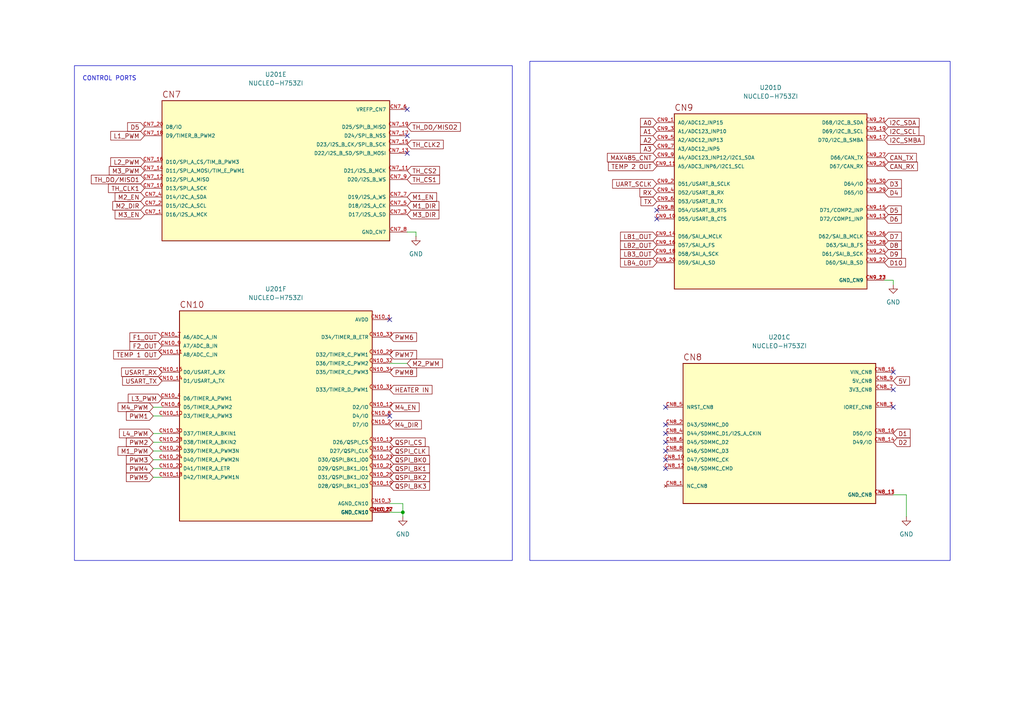
<source format=kicad_sch>
(kicad_sch (version 20231120) (generator "eeschema") (generator_version "8.0")
  (paper "A4")
  (lib_symbols
    (symbol "NUCLEO-H753ZI:NUCLEO-H753ZI" (pin_names (offset 1.016))
      (property "Reference" "U" (at -12.7 57.15 0))
      (property "Value" "NUCLEO-H753ZI" (at -12.7 -54.61 0))
      (symbol "NUCLEO-H753ZI_1_0"
        (rectangle (start -12.7 -53.34) (end 12.7 53.34) (stroke (width 0.254)) (fill (type background)))
        (text "CN11" (at -12.7 54.102 0) (effects (font (size 1.778 1.778)) (justify left bottom)))
        (pin bidirectional line (at -17.78 -7.62 0) (length 5.08) (name "PC10") (number "CN11_1"))
        (pin no_connect line (at 17.78 -45.72 180) (length 5.08) (name "NC") (number "CN11_10"))
        (pin bidirectional line (at 17.78 0 180) (length 5.08) (name "PF7") (number "CN11_11"))
        (pin bidirectional line (at 17.78 33.02 180) (length 5.08) (name "IOREF") (number "CN11_12"))
        (pin bidirectional line (at -17.78 20.32 0) (length 5.08) (name "PA13") (number "CN11_13"))
        (pin input line (at -17.78 33.02 0) (length 5.08) (name "NRST") (number "CN11_14"))
        (pin bidirectional line (at -17.78 17.78 0) (length 5.08) (name "PA14") (number "CN11_15"))
        (pin power_in line (at 17.78 50.8 180) (length 5.08) (name "3V3") (number "CN11_16"))
        (pin bidirectional line (at -17.78 15.24 0) (length 5.08) (name "PA15") (number "CN11_17"))
        (pin power_in line (at 17.78 48.26 180) (length 5.08) (name "5V") (number "CN11_18"))
        (pin power_in line (at 17.78 -50.8 180) (length 5.08) (name "GND_CN11") (number "CN11_19"))
        (pin bidirectional line (at -17.78 -10.16 0) (length 5.08) (name "PC11") (number "CN11_2"))
        (pin power_in line (at 17.78 -50.8 180) (length 5.08) (name "GND_CN11") (number "CN11_20"))
        (pin bidirectional line (at -17.78 7.62 0) (length 5.08) (name "PB7") (number "CN11_21"))
        (pin power_in line (at 17.78 -50.8 180) (length 5.08) (name "GND_CN11") (number "CN11_22"))
        (pin bidirectional line (at -17.78 -15.24 0) (length 5.08) (name "PC13") (number "CN11_23"))
        (pin power_in line (at 17.78 38.1 180) (length 5.08) (name "VIN") (number "CN11_24"))
        (pin bidirectional line (at -17.78 -17.78 0) (length 5.08) (name "PC14") (number "CN11_25"))
        (pin no_connect line (at 17.78 -45.72 180) (length 5.08) (name "NC") (number "CN11_26"))
        (pin bidirectional line (at -17.78 -20.32 0) (length 5.08) (name "PC15") (number "CN11_27"))
        (pin bidirectional line (at -17.78 27.94 0) (length 5.08) (name "PA0") (number "CN11_28"))
        (pin bidirectional line (at 17.78 -38.1 180) (length 5.08) (name "PH0") (number "CN11_29"))
        (pin bidirectional line (at -17.78 -12.7 0) (length 5.08) (name "PC12") (number "CN11_3"))
        (pin bidirectional line (at -17.78 25.4 0) (length 5.08) (name "PA1") (number "CN11_30"))
        (pin bidirectional line (at 17.78 -40.64 180) (length 5.08) (name "PH1") (number "CN11_31"))
        (pin bidirectional line (at -17.78 22.86 0) (length 5.08) (name "PA4") (number "CN11_32"))
        (pin power_in line (at 17.78 43.18 180) (length 5.08) (name "VBAT") (number "CN11_33"))
        (pin bidirectional line (at -17.78 10.16 0) (length 5.08) (name "PB0") (number "CN11_34"))
        (pin bidirectional line (at -17.78 -2.54 0) (length 5.08) (name "PC2") (number "CN11_35"))
        (pin bidirectional line (at -17.78 0 0) (length 5.08) (name "PC1") (number "CN11_36"))
        (pin bidirectional line (at -17.78 -5.08 0) (length 5.08) (name "PC3") (number "CN11_37"))
        (pin bidirectional line (at -17.78 2.54 0) (length 5.08) (name "PC0") (number "CN11_38"))
        (pin bidirectional line (at -17.78 -35.56 0) (length 5.08) (name "PD4") (number "CN11_39"))
        (pin bidirectional line (at -17.78 -30.48 0) (length 5.08) (name "PD2") (number "CN11_4"))
        (pin bidirectional line (at -17.78 -33.02 0) (length 5.08) (name "PD3") (number "CN11_40"))
        (pin bidirectional line (at -17.78 -38.1 0) (length 5.08) (name "PD5") (number "CN11_41"))
        (pin bidirectional line (at 17.78 -15.24 180) (length 5.08) (name "PG2") (number "CN11_42"))
        (pin bidirectional line (at -17.78 -40.64 0) (length 5.08) (name "PD6") (number "CN11_43"))
        (pin bidirectional line (at 17.78 -17.78 180) (length 5.08) (name "PG3") (number "CN11_44"))
        (pin bidirectional line (at -17.78 -43.18 0) (length 5.08) (name "PD7") (number "CN11_45"))
        (pin bidirectional line (at 17.78 25.4 180) (length 5.08) (name "PE2") (number "CN11_46"))
        (pin bidirectional line (at 17.78 22.86 180) (length 5.08) (name "PE3") (number "CN11_47"))
        (pin bidirectional line (at 17.78 20.32 180) (length 5.08) (name "PE4") (number "CN11_48"))
        (pin power_in line (at 17.78 -50.8 180) (length 5.08) (name "GND_CN11") (number "CN11_49"))
        (pin power_in line (at 17.78 40.64 180) (length 5.08) (name "3V3_VDD") (number "CN11_5"))
        (pin bidirectional line (at 17.78 17.78 180) (length 5.08) (name "PE5") (number "CN11_50"))
        (pin bidirectional line (at 17.78 7.62 180) (length 5.08) (name "PF1") (number "CN11_51"))
        (pin bidirectional line (at 17.78 5.08 180) (length 5.08) (name "PF2") (number "CN11_52"))
        (pin bidirectional line (at 17.78 10.16 180) (length 5.08) (name "PF0") (number "CN11_53"))
        (pin bidirectional line (at 17.78 -2.54 180) (length 5.08) (name "PF8") (number "CN11_54"))
        (pin bidirectional line (at -17.78 -27.94 0) (length 5.08) (name "PD1") (number "CN11_55"))
        (pin bidirectional line (at 17.78 -5.08 180) (length 5.08) (name "PF9") (number "CN11_56"))
        (pin bidirectional line (at -17.78 -25.4 0) (length 5.08) (name "PD0") (number "CN11_57"))
        (pin bidirectional line (at 17.78 -12.7 180) (length 5.08) (name "PG1") (number "CN11_58"))
        (pin bidirectional line (at 17.78 -10.16 180) (length 5.08) (name "PG0") (number "CN11_59"))
        (pin power_in line (at 17.78 45.72 180) (length 5.08) (name "5V_EXT") (number "CN11_6"))
        (pin power_in line (at 17.78 -50.8 180) (length 5.08) (name "GND_CN11") (number "CN11_60"))
        (pin bidirectional line (at 17.78 27.94 180) (length 5.08) (name "PE1") (number "CN11_61"))
        (pin bidirectional line (at 17.78 15.24 180) (length 5.08) (name "PE6") (number "CN11_62"))
        (pin bidirectional line (at 17.78 -20.32 180) (length 5.08) (name "PG9") (number "CN11_63"))
        (pin bidirectional line (at 17.78 -33.02 180) (length 5.08) (name "PG15") (number "CN11_64"))
        (pin bidirectional line (at 17.78 -27.94 180) (length 5.08) (name "PG12") (number "CN11_65"))
        (pin bidirectional line (at 17.78 -22.86 180) (length 5.08) (name "PG10") (number "CN11_66"))
        (pin no_connect line (at 17.78 -45.72 180) (length 5.08) (name "NC") (number "CN11_67"))
        (pin bidirectional line (at 17.78 -30.48 180) (length 5.08) (name "PG13") (number "CN11_68"))
        (pin bidirectional line (at -17.78 -45.72 0) (length 5.08) (name "PD9") (number "CN11_69"))
        (pin input line (at -17.78 35.56 0) (length 5.08) (name "BOOT0") (number "CN11_7"))
        (pin bidirectional line (at 17.78 -25.4 180) (length 5.08) (name "PG11") (number "CN11_70"))
        (pin power_in line (at 17.78 -50.8 180) (length 5.08) (name "GND_CN11") (number "CN11_71"))
        (pin power_in line (at 17.78 -50.8 180) (length 5.08) (name "GND_CN11") (number "CN11_72"))
        (pin power_in line (at 17.78 -50.8 180) (length 5.08) (name "GND_CN11") (number "CN11_8"))
        (pin bidirectional line (at 17.78 2.54 180) (length 5.08) (name "PF6") (number "CN11_9"))
      )
      (symbol "NUCLEO-H753ZI_2_0"
        (rectangle (start -12.7 -53.34) (end 12.7 53.34) (stroke (width 0.254)) (fill (type background)))
        (text "CN12" (at -12.7 54.102 0) (effects (font (size 1.778 1.778)) (justify left bottom)))
        (pin bidirectional line (at -17.78 -35.56 0) (length 5.08) (name "PC9") (number "CN12_1"))
        (pin bidirectional line (at 17.78 43.18 180) (length 5.08) (name "PD8") (number "CN12_10"))
        (pin bidirectional line (at -17.78 38.1 0) (length 5.08) (name "PA5") (number "CN12_11"))
        (pin bidirectional line (at -17.78 20.32 0) (length 5.08) (name "PA12") (number "CN12_12"))
        (pin bidirectional line (at -17.78 35.56 0) (length 5.08) (name "PA6") (number "CN12_13"))
        (pin bidirectional line (at -17.78 22.86 0) (length 5.08) (name "PA11") (number "CN12_14"))
        (pin bidirectional line (at -17.78 33.02 0) (length 5.08) (name "PA7") (number "CN12_15"))
        (pin bidirectional line (at -17.78 -10.16 0) (length 5.08) (name "PB12") (number "CN12_16"))
        (pin bidirectional line (at -17.78 2.54 0) (length 5.08) (name "PB6") (number "CN12_17"))
        (pin bidirectional line (at -17.78 -7.62 0) (length 5.08) (name "PB11") (number "CN12_18"))
        (pin bidirectional line (at -17.78 -30.48 0) (length 5.08) (name "PC7") (number "CN12_19"))
        (pin bidirectional line (at -17.78 -33.02 0) (length 5.08) (name "PC8") (number "CN12_2"))
        (pin power_in line (at 17.78 -50.8 180) (length 5.08) (name "GND_CN12") (number "CN12_20"))
        (pin bidirectional line (at -17.78 27.94 0) (length 5.08) (name "PA9") (number "CN12_21"))
        (pin bidirectional line (at -17.78 12.7 0) (length 5.08) (name "PB2") (number "CN12_22"))
        (pin bidirectional line (at -17.78 30.48 0) (length 5.08) (name "PA8") (number "CN12_23"))
        (pin bidirectional line (at -17.78 15.24 0) (length 5.08) (name "PB1") (number "CN12_24"))
        (pin bidirectional line (at -17.78 -5.08 0) (length 5.08) (name "PB10") (number "CN12_25"))
        (pin bidirectional line (at -17.78 -17.78 0) (length 5.08) (name "PB15") (number "CN12_26"))
        (pin bidirectional line (at -17.78 7.62 0) (length 5.08) (name "PB4") (number "CN12_27"))
        (pin bidirectional line (at -17.78 -15.24 0) (length 5.08) (name "PB14") (number "CN12_28"))
        (pin bidirectional line (at -17.78 5.08 0) (length 5.08) (name "PB5") (number "CN12_29"))
        (pin bidirectional line (at -17.78 0 0) (length 5.08) (name "PB8") (number "CN12_3"))
        (pin bidirectional line (at -17.78 -12.7 0) (length 5.08) (name "PB13") (number "CN12_30"))
        (pin bidirectional line (at -17.78 10.16 0) (length 5.08) (name "PB3") (number "CN12_31"))
        (pin power_in line (at 17.78 -48.26 180) (length 5.08) (name "AGND_CN12") (number "CN12_32"))
        (pin bidirectional line (at -17.78 25.4 0) (length 5.08) (name "PA10") (number "CN12_33"))
        (pin bidirectional line (at -17.78 -22.86 0) (length 5.08) (name "PC4") (number "CN12_34"))
        (pin bidirectional line (at -17.78 43.18 0) (length 5.08) (name "PA2") (number "CN12_35"))
        (pin bidirectional line (at 17.78 -10.16 180) (length 5.08) (name "PF5") (number "CN12_36"))
        (pin bidirectional line (at -17.78 40.64 0) (length 5.08) (name "PA3") (number "CN12_37"))
        (pin bidirectional line (at 17.78 -7.62 180) (length 5.08) (name "PF4") (number "CN12_38"))
        (pin power_in line (at 17.78 -50.8 180) (length 5.08) (name "GND_CN12") (number "CN12_39"))
        (pin bidirectional line (at -17.78 -27.94 0) (length 5.08) (name "PC6") (number "CN12_4"))
        (pin bidirectional line (at 17.78 17.78 180) (length 5.08) (name "PE8") (number "CN12_40"))
        (pin bidirectional line (at 17.78 33.02 180) (length 5.08) (name "PD13") (number "CN12_41"))
        (pin bidirectional line (at 17.78 -12.7 180) (length 5.08) (name "PF10") (number "CN12_42"))
        (pin bidirectional line (at 17.78 35.56 180) (length 5.08) (name "PD12") (number "CN12_43"))
        (pin bidirectional line (at 17.78 20.32 180) (length 5.08) (name "PE7") (number "CN12_44"))
        (pin bidirectional line (at 17.78 38.1 180) (length 5.08) (name "PD11") (number "CN12_45"))
        (pin bidirectional line (at 17.78 30.48 180) (length 5.08) (name "PD14") (number "CN12_46"))
        (pin bidirectional line (at 17.78 12.7 180) (length 5.08) (name "PE10") (number "CN12_47"))
        (pin bidirectional line (at 17.78 27.94 180) (length 5.08) (name "PD15") (number "CN12_48"))
        (pin bidirectional line (at 17.78 7.62 180) (length 5.08) (name "PE12") (number "CN12_49"))
        (pin bidirectional line (at -17.78 -2.54 0) (length 5.08) (name "PB9") (number "CN12_5"))
        (pin bidirectional line (at 17.78 -22.86 180) (length 5.08) (name "PF14") (number "CN12_50"))
        (pin bidirectional line (at 17.78 2.54 180) (length 5.08) (name "PE14") (number "CN12_51"))
        (pin bidirectional line (at 17.78 15.24 180) (length 5.08) (name "PE9") (number "CN12_52"))
        (pin bidirectional line (at 17.78 0 180) (length 5.08) (name "PE15") (number "CN12_53"))
        (pin power_in line (at 17.78 -50.8 180) (length 5.08) (name "GND_CN12") (number "CN12_54"))
        (pin bidirectional line (at 17.78 5.08 180) (length 5.08) (name "PE13") (number "CN12_55"))
        (pin bidirectional line (at 17.78 10.16 180) (length 5.08) (name "PE11") (number "CN12_56"))
        (pin bidirectional line (at 17.78 -20.32 180) (length 5.08) (name "PF13") (number "CN12_57"))
        (pin bidirectional line (at 17.78 -5.08 180) (length 5.08) (name "PF3") (number "CN12_58"))
        (pin bidirectional line (at 17.78 -17.78 180) (length 5.08) (name "PF12") (number "CN12_59"))
        (pin bidirectional line (at -17.78 -25.4 0) (length 5.08) (name "PC5") (number "CN12_6"))
        (pin bidirectional line (at 17.78 -25.4 180) (length 5.08) (name "PF15") (number "CN12_60"))
        (pin bidirectional line (at 17.78 -43.18 180) (length 5.08) (name "PG14") (number "CN12_61"))
        (pin bidirectional line (at 17.78 -15.24 180) (length 5.08) (name "PF11") (number "CN12_62"))
        (pin power_in line (at 17.78 -50.8 180) (length 5.08) (name "GND_CN12") (number "CN12_63"))
        (pin bidirectional line (at 17.78 22.86 180) (length 5.08) (name "PE0") (number "CN12_64"))
        (pin bidirectional line (at 17.78 40.64 180) (length 5.08) (name "PD10") (number "CN12_65"))
        (pin bidirectional line (at 17.78 -40.64 180) (length 5.08) (name "PG8") (number "CN12_66"))
        (pin bidirectional line (at 17.78 -38.1 180) (length 5.08) (name "PG7") (number "CN12_67"))
        (pin bidirectional line (at 17.78 -33.02 180) (length 5.08) (name "PG5") (number "CN12_68"))
        (pin bidirectional line (at 17.78 -30.48 180) (length 5.08) (name "PG4") (number "CN12_69"))
        (pin power_in line (at 17.78 50.8 180) (length 5.08) (name "VREFP") (number "CN12_7"))
        (pin bidirectional line (at 17.78 -35.56 180) (length 5.08) (name "PG6") (number "CN12_70"))
        (pin power_in line (at 17.78 -50.8 180) (length 5.08) (name "GND_CN12") (number "CN12_71"))
        (pin power_in line (at 17.78 -50.8 180) (length 5.08) (name "GND_CN12") (number "CN12_72"))
        (pin power_in line (at 17.78 48.26 180) (length 5.08) (name "5V_USB_STLK") (number "CN12_8"))
        (pin power_in line (at 17.78 -50.8 180) (length 5.08) (name "GND_CN12") (number "CN12_9"))
      )
      (symbol "NUCLEO-H753ZI_3_0"
        (rectangle (start -27.94 -20.32) (end 27.94 20.32) (stroke (width 0.254)) (fill (type background)))
        (text "CN8" (at -27.94 21.082 0) (effects (font (size 1.778 1.778)) (justify left bottom)))
        (pin no_connect line (at -33.02 -15.24 0) (length 5.08) (name "NC_CN8") (number "CN8_1"))
        (pin bidirectional line (at -33.02 -7.62 0) (length 5.08) (name "D47/SDMMC_CK") (number "CN8_10"))
        (pin power_in line (at 33.02 -17.78 180) (length 5.08) (name "GND_CN8") (number "CN8_11"))
        (pin bidirectional line (at -33.02 -10.16 0) (length 5.08) (name "D48/SDMMC_CMD") (number "CN8_12"))
        (pin power_in line (at 33.02 -17.78 180) (length 5.08) (name "GND_CN8") (number "CN8_13"))
        (pin bidirectional line (at 33.02 -2.54 180) (length 5.08) (name "D49/IO") (number "CN8_14"))
        (pin power_in line (at 33.02 17.78 180) (length 5.08) (name "VIN_CN8") (number "CN8_15"))
        (pin bidirectional line (at 33.02 0 180) (length 5.08) (name "D50/IO") (number "CN8_16"))
        (pin bidirectional line (at -33.02 2.54 0) (length 5.08) (name "D43/SDMMC_D0") (number "CN8_2"))
        (pin bidirectional line (at 33.02 7.62 180) (length 5.08) (name "IOREF_CN8") (number "CN8_3"))
        (pin bidirectional line (at -33.02 0 0) (length 5.08) (name "D44/SDMMC_D1/I2S_A_CKIN") (number "CN8_4"))
        (pin input line (at -33.02 7.62 0) (length 5.08) (name "NRST_CN8") (number "CN8_5"))
        (pin bidirectional line (at -33.02 -2.54 0) (length 5.08) (name "D45/SDMMC_D2") (number "CN8_6"))
        (pin power_in line (at 33.02 12.7 180) (length 5.08) (name "3V3_CN8") (number "CN8_7"))
        (pin bidirectional line (at -33.02 -5.08 0) (length 5.08) (name "D46/SDMMC_D3") (number "CN8_8"))
        (pin power_in line (at 33.02 15.24 180) (length 5.08) (name "5V_CN8") (number "CN8_9"))
      )
      (symbol "NUCLEO-H753ZI_4_0"
        (rectangle (start -27.94 -25.4) (end 27.94 25.4) (stroke (width 0.254)) (fill (type background)))
        (text "CN9" (at -27.94 26.162 0) (effects (font (size 1.778 1.778)) (justify left bottom)))
        (pin input line (at -33.02 22.86 0) (length 5.08) (name "A0/ADC12_INP15") (number "CN9_1"))
        (pin bidirectional line (at -33.02 -5.08 0) (length 5.08) (name "D55/USART_B_CTS") (number "CN9_10"))
        (pin input line (at -33.02 10.16 0) (length 5.08) (name "A5/ADC3_INP6/I2C1_SCL") (number "CN9_11"))
        (pin power_in line (at 33.02 -22.86 180) (length 5.08) (name "GND_CN9") (number "CN9_12"))
        (pin bidirectional line (at 33.02 -5.08 180) (length 5.08) (name "D72/COMP1_INP") (number "CN9_13"))
        (pin bidirectional line (at -33.02 -10.16 0) (length 5.08) (name "D56/SAI_A_MCLK") (number "CN9_14"))
        (pin bidirectional line (at 33.02 -2.54 180) (length 5.08) (name "D71/COMP2_INP") (number "CN9_15"))
        (pin bidirectional line (at -33.02 -12.7 0) (length 5.08) (name "D57/SAI_A_FS") (number "CN9_16"))
        (pin bidirectional line (at 33.02 17.78 180) (length 5.08) (name "D70/I2C_B_SMBA") (number "CN9_17"))
        (pin bidirectional line (at -33.02 -15.24 0) (length 5.08) (name "D58/SAI_A_SCK") (number "CN9_18"))
        (pin bidirectional line (at 33.02 20.32 180) (length 5.08) (name "D69/I2C_B_SCL") (number "CN9_19"))
        (pin bidirectional line (at -33.02 5.08 0) (length 5.08) (name "D51/USART_B_SCLK") (number "CN9_2"))
        (pin bidirectional line (at -33.02 -17.78 0) (length 5.08) (name "D59/SAI_A_SD") (number "CN9_20"))
        (pin bidirectional line (at 33.02 22.86 180) (length 5.08) (name "D68/I2C_B_SDA") (number "CN9_21"))
        (pin bidirectional line (at 33.02 -17.78 180) (length 5.08) (name "D60/SAI_B_SD") (number "CN9_22"))
        (pin power_in line (at 33.02 -22.86 180) (length 5.08) (name "GND_CN9") (number "CN9_23"))
        (pin bidirectional line (at 33.02 -15.24 180) (length 5.08) (name "D61/SAI_B_SCK") (number "CN9_24"))
        (pin input line (at 33.02 10.16 180) (length 5.08) (name "D67/CAN_RX") (number "CN9_25"))
        (pin bidirectional line (at 33.02 -10.16 180) (length 5.08) (name "D62/SAI_B_MCLK") (number "CN9_26"))
        (pin output line (at 33.02 12.7 180) (length 5.08) (name "D66/CAN_TX") (number "CN9_27"))
        (pin bidirectional line (at 33.02 -12.7 180) (length 5.08) (name "D63/SAI_B_FS") (number "CN9_28"))
        (pin bidirectional line (at 33.02 2.54 180) (length 5.08) (name "D65/IO") (number "CN9_29"))
        (pin input line (at -33.02 20.32 0) (length 5.08) (name "A1/ADC123_INP10") (number "CN9_3"))
        (pin bidirectional line (at 33.02 5.08 180) (length 5.08) (name "D64/IO") (number "CN9_30"))
        (pin bidirectional line (at -33.02 2.54 0) (length 5.08) (name "D52/USART_B_RX") (number "CN9_4"))
        (pin input line (at -33.02 17.78 0) (length 5.08) (name "A2/ADC12_INP13") (number "CN9_5"))
        (pin bidirectional line (at -33.02 0 0) (length 5.08) (name "D53/USART_B_TX") (number "CN9_6"))
        (pin input line (at -33.02 15.24 0) (length 5.08) (name "A3/ADC12_INP5") (number "CN9_7"))
        (pin bidirectional line (at -33.02 -2.54 0) (length 5.08) (name "D54/USART_B_RTS") (number "CN9_8"))
        (pin input line (at -33.02 12.7 0) (length 5.08) (name "A4/ADC123_INP12/I2C1_SDA") (number "CN9_9"))
      )
      (symbol "NUCLEO-H753ZI_5_0"
        (rectangle (start -33.02 -20.32) (end 33.02 20.32) (stroke (width 0.254)) (fill (type background)))
        (text "CN7" (at -33.02 21.082 0) (effects (font (size 1.778 1.778)) (justify left bottom)))
        (pin bidirectional line (at -38.1 -12.7 0) (length 5.08) (name "D16/I2S_A_MCK") (number "CN7_1"))
        (pin bidirectional line (at -38.1 -5.08 0) (length 5.08) (name "D13/SPI_A_SCK") (number "CN7_10"))
        (pin bidirectional line (at 38.1 0 180) (length 5.08) (name "D21/I2S_B_MCK") (number "CN7_11"))
        (pin bidirectional line (at -38.1 -2.54 0) (length 5.08) (name "D12/SPI_A_MISO") (number "CN7_12"))
        (pin bidirectional line (at 38.1 5.08 180) (length 5.08) (name "D22/I2S_B_SD/SPI_B_MOSI") (number "CN7_13"))
        (pin bidirectional line (at -38.1 0 0) (length 5.08) (name "D11/SPI_A_MOSI/TIM_E_PWM1") (number "CN7_14"))
        (pin bidirectional line (at 38.1 7.62 180) (length 5.08) (name "D23/I2S_B_CK/SPI_B_SCK") (number "CN7_15"))
        (pin bidirectional line (at -38.1 2.54 0) (length 5.08) (name "D10/SPI_A_CS/TIM_B_PWM3") (number "CN7_16"))
        (pin bidirectional line (at 38.1 10.16 180) (length 5.08) (name "D24/SPI_B_NSS") (number "CN7_17"))
        (pin bidirectional line (at -38.1 10.16 0) (length 5.08) (name "D9/TIMER_B_PWM2") (number "CN7_18"))
        (pin bidirectional line (at 38.1 12.7 180) (length 5.08) (name "D25/SPI_B_MISO") (number "CN7_19"))
        (pin bidirectional line (at -38.1 -10.16 0) (length 5.08) (name "D15/I2C_A_SCL") (number "CN7_2"))
        (pin bidirectional line (at -38.1 12.7 0) (length 5.08) (name "D8/IO") (number "CN7_20"))
        (pin bidirectional line (at 38.1 -12.7 180) (length 5.08) (name "D17/I2S_A_SD") (number "CN7_3"))
        (pin bidirectional line (at -38.1 -7.62 0) (length 5.08) (name "D14/I2C_A_SDA") (number "CN7_4"))
        (pin bidirectional line (at 38.1 -10.16 180) (length 5.08) (name "D18/I2S_A_CK") (number "CN7_5"))
        (pin power_in line (at 38.1 17.78 180) (length 5.08) (name "VREFP_CN7") (number "CN7_6"))
        (pin bidirectional line (at 38.1 -7.62 180) (length 5.08) (name "D19/I2S_A_WS") (number "CN7_7"))
        (pin power_in line (at 38.1 -17.78 180) (length 5.08) (name "GND_CN7") (number "CN7_8"))
        (pin bidirectional line (at 38.1 -2.54 180) (length 5.08) (name "D20/I2S_B_WS") (number "CN7_9"))
      )
      (symbol "NUCLEO-H753ZI_6_0"
        (rectangle (start -27.94 -30.48) (end 27.94 30.48) (stroke (width 0.254)) (fill (type background)))
        (text "CN10" (at -27.94 31.242 0) (effects (font (size 1.778 1.778)) (justify left bottom)))
        (pin power_in line (at 33.02 27.94 180) (length 5.08) (name "AVDD") (number "CN10_1"))
        (pin bidirectional line (at -33.02 0 0) (length 5.08) (name "D3/TIMER_A_PWM3") (number "CN10_10"))
        (pin input line (at -33.02 17.78 0) (length 5.08) (name "A8/ADC_C_IN") (number "CN10_11"))
        (pin bidirectional line (at 33.02 2.54 180) (length 5.08) (name "D2/IO") (number "CN10_12"))
        (pin bidirectional line (at 33.02 -7.62 180) (length 5.08) (name "D26/QSPI_CS") (number "CN10_13"))
        (pin output line (at -33.02 10.16 0) (length 5.08) (name "D1/USART_A_TX") (number "CN10_14"))
        (pin bidirectional line (at 33.02 -10.16 180) (length 5.08) (name "D27/QSPI_CLK") (number "CN10_15"))
        (pin input line (at -33.02 12.7 0) (length 5.08) (name "D0/USART_A_RX") (number "CN10_16"))
        (pin power_in line (at 33.02 -27.94 180) (length 5.08) (name "GND_CN10") (number "CN10_17"))
        (pin bidirectional line (at -33.02 -17.78 0) (length 5.08) (name "D42/TIMER_A_PWM1N") (number "CN10_18"))
        (pin bidirectional line (at 33.02 -20.32 180) (length 5.08) (name "D28/QSPI_BK1_IO3") (number "CN10_19"))
        (pin bidirectional line (at 33.02 -2.54 180) (length 5.08) (name "D7/IO") (number "CN10_2"))
        (pin bidirectional line (at -33.02 -15.24 0) (length 5.08) (name "D41/TIMER_A_ETR") (number "CN10_20"))
        (pin bidirectional line (at 33.02 -15.24 180) (length 5.08) (name "D29/QSPI_BK1_IO1") (number "CN10_21"))
        (pin power_in line (at 33.02 -27.94 180) (length 5.08) (name "GND_CN10") (number "CN10_22"))
        (pin bidirectional line (at 33.02 -12.7 180) (length 5.08) (name "D30/QSPI_BK1_IO0") (number "CN10_23"))
        (pin bidirectional line (at -33.02 -12.7 0) (length 5.08) (name "D40/TIMER_A_PWM2N") (number "CN10_24"))
        (pin bidirectional line (at 33.02 -17.78 180) (length 5.08) (name "D31/QSPI_BK1_IO2") (number "CN10_25"))
        (pin bidirectional line (at -33.02 -10.16 0) (length 5.08) (name "D39/TIMER_A_PWM3N") (number "CN10_26"))
        (pin power_in line (at 33.02 -27.94 180) (length 5.08) (name "GND_CN10") (number "CN10_27"))
        (pin bidirectional line (at -33.02 -7.62 0) (length 5.08) (name "D38/TIMER_A_BKIN2") (number "CN10_28"))
        (pin bidirectional line (at 33.02 17.78 180) (length 5.08) (name "D32/TIMER_C_PWM1") (number "CN10_29"))
        (pin power_in line (at 33.02 -25.4 180) (length 5.08) (name "AGND_CN10") (number "CN10_3"))
        (pin bidirectional line (at -33.02 -5.08 0) (length 5.08) (name "D37/TIMER_A_BKIN1") (number "CN10_30"))
        (pin bidirectional line (at 33.02 7.62 180) (length 5.08) (name "D33/TIMER_D_PWM1") (number "CN10_31"))
        (pin bidirectional line (at 33.02 15.24 180) (length 5.08) (name "D36/TIMER_C_PWM2") (number "CN10_32"))
        (pin bidirectional line (at 33.02 22.86 180) (length 5.08) (name "D34/TIMER_B_ETR") (number "CN10_33"))
        (pin bidirectional line (at 33.02 12.7 180) (length 5.08) (name "D35/TIMER_C_PWM3") (number "CN10_34"))
        (pin bidirectional line (at -33.02 5.08 0) (length 5.08) (name "D6/TIMER_A_PWM1") (number "CN10_4"))
        (pin power_in line (at 33.02 -27.94 180) (length 5.08) (name "GND_CN10") (number "CN10_5"))
        (pin bidirectional line (at -33.02 2.54 0) (length 5.08) (name "D5/TIMER_A_PWM2") (number "CN10_6"))
        (pin input line (at -33.02 22.86 0) (length 5.08) (name "A6/ADC_A_IN") (number "CN10_7"))
        (pin bidirectional line (at 33.02 0 180) (length 5.08) (name "D4/IO") (number "CN10_8"))
        (pin input line (at -33.02 20.32 0) (length 5.08) (name "A7/ADC_B_IN") (number "CN10_9"))
      )
    )
    (symbol "power:GND" (power) (pin_numbers hide) (pin_names (offset 0) hide)
      (property "Value" "GND" (at 0 -3.81 0))
      (symbol "GND_0_1"
        (polyline (pts (xy 0 0) (xy 0 -1.27) (xy 1.27 -1.27) (xy 0 -2.54) (xy -1.27 -1.27) (xy 0 -1.27)))
      )
      (symbol "GND_1_1"
        (pin power_in line (at 0 0 270) (length 0) (name "~") (number "1"))
      )
    )
  )
  (junction (at 116.84 148.59))
  (no_connect (at 190.5 63.5))
  (no_connect (at 118.11 31.75))
  (no_connect (at 113.03 92.71))
  (no_connect (at 259.08 118.11))
  (no_connect (at 118.11 39.37))
  (no_connect (at 193.04 125.73))
  (no_connect (at 193.04 128.27))
  (no_connect (at 193.04 130.81))
  (no_connect (at 190.5 60.96))
  (no_connect (at 193.04 133.35))
  (no_connect (at 118.11 44.45))
  (no_connect (at 259.08 113.03))
  (no_connect (at 193.04 118.11))
  (no_connect (at 113.03 120.65))
  (no_connect (at 259.08 107.95))
  (no_connect (at 193.04 123.19))
  (no_connect (at 193.04 135.89))
  (wire (pts (xy 113.03 146.05) (xy 116.84 146.05)))
  (wire (pts (xy 262.89 143.51) (xy 262.89 149.86)))
  (wire (pts (xy 120.65 67.31) (xy 120.65 68.58)))
  (wire (pts (xy 44.45 138.43) (xy 46.99 138.43)))
  (wire (pts (xy 118.11 105.41) (xy 113.03 105.41)))
  (wire (pts (xy 118.11 67.31) (xy 120.65 67.31)))
  (wire (pts (xy 116.84 148.59) (xy 116.84 149.86)))
  (wire (pts (xy 259.08 143.51) (xy 262.89 143.51)))
  (wire (pts (xy 44.45 118.11) (xy 46.99 118.11)))
  (wire (pts (xy 113.03 148.59) (xy 116.84 148.59)))
  (wire (pts (xy 44.45 130.81) (xy 46.99 130.81)))
  (wire (pts (xy 44.45 133.35) (xy 46.99 133.35)))
  (wire (pts (xy 256.54 81.28) (xy 259.08 81.28)))
  (wire (pts (xy 44.45 120.65) (xy 46.99 120.65)))
  (wire (pts (xy 259.08 81.28) (xy 259.08 82.55)))
  (wire (pts (xy 116.84 146.05) (xy 116.84 148.59)))
  (wire (pts (xy 44.45 135.89) (xy 46.99 135.89)))
  (wire (pts (xy 44.45 128.27) (xy 46.99 128.27)))
  (wire (pts (xy 44.45 125.73) (xy 46.99 125.73)))
  (rectangle (start 21.59 19.05) (end 148.59 162.56))
  (rectangle (start 153.67 17.78) (end 275.59 162.56))
  (text "CONTROL PORTS\n" (at 31.75 22.86 0) (effects (font (size 1.27 1.27))))
  (global_label "M4_PWM" (shape input) (at 44.45 118.11 180) (property "Intersheetrefs" "${INTERSHEET_REFS}" (effects (hide yes))))
  (global_label "F1_OUT" (shape input) (at 46.99 97.79 180) (property "Intersheetrefs" "${INTERSHEET_REFS}" (effects (hide yes))))
  (global_label "TEMP 1 OUT" (shape input) (at 46.99 102.87 180) (property "Intersheetrefs" "${INTERSHEET_REFS}" (effects (hide yes))))
  (global_label "A2" (shape input) (at 190.5 40.64 180) (property "Intersheetrefs" "${INTERSHEET_REFS}" (effects (hide yes))))
  (global_label "PWM3" (shape input) (at 44.45 133.35 180) (property "Intersheetrefs" "${INTERSHEET_REFS}" (effects (hide yes))))
  (global_label "M2_PWM" (shape input) (at 118.11 105.41 0) (property "Intersheetrefs" "${INTERSHEET_REFS}" (effects (hide yes))))
  (global_label "MAX485_CNT" (shape input) (at 190.5 45.72 180) (property "Intersheetrefs" "${INTERSHEET_REFS}" (effects (hide yes))))
  (global_label "TH_CS2" (shape input) (at 118.11 49.53 0) (property "Intersheetrefs" "${INTERSHEET_REFS}" (effects (hide yes))))
  (global_label "I2C_SCL" (shape input) (at 256.54 38.1 0) (property "Intersheetrefs" "${INTERSHEET_REFS}" (effects (hide yes))))
  (global_label "TX" (shape input) (at 190.5 58.42 180) (property "Intersheetrefs" "${INTERSHEET_REFS}" (effects (hide yes))))
  (global_label "UART_SCLK" (shape input) (at 190.5 53.34 180) (property "Intersheetrefs" "${INTERSHEET_REFS}" (effects (hide yes))))
  (global_label "LB1_OUT" (shape input) (at 190.5 68.58 180) (property "Intersheetrefs" "${INTERSHEET_REFS}" (effects (hide yes))))
  (global_label "M3_PWM" (shape input) (at 41.91 49.53 180) (property "Intersheetrefs" "${INTERSHEET_REFS}" (effects (hide yes))))
  (global_label "LB2_OUT" (shape input) (at 190.5 71.12 180) (property "Intersheetrefs" "${INTERSHEET_REFS}" (effects (hide yes))))
  (global_label "PWM1" (shape input) (at 44.45 120.65 180) (property "Intersheetrefs" "${INTERSHEET_REFS}" (effects (hide yes))))
  (global_label "M2_EN" (shape input) (at 41.91 57.15 180) (property "Intersheetrefs" "${INTERSHEET_REFS}" (effects (hide yes))))
  (global_label "M1_DIR" (shape input) (at 118.11 59.69 0) (property "Intersheetrefs" "${INTERSHEET_REFS}" (effects (hide yes))))
  (global_label "TH_CS1" (shape input) (at 118.11 52.07 0) (property "Intersheetrefs" "${INTERSHEET_REFS}" (effects (hide yes))))
  (global_label "D7" (shape input) (at 256.54 68.58 0) (property "Intersheetrefs" "${INTERSHEET_REFS}" (effects (hide yes))))
  (global_label "M3_DIR" (shape input) (at 118.11 62.23 0) (property "Intersheetrefs" "${INTERSHEET_REFS}" (effects (hide yes))))
  (global_label "L2_PWM" (shape input) (at 41.91 46.99 180) (property "Intersheetrefs" "${INTERSHEET_REFS}" (effects (hide yes))))
  (global_label "TH_DO/MISO2" (shape input) (at 118.11 36.83 0) (property "Intersheetrefs" "${INTERSHEET_REFS}" (effects (hide yes))))
  (global_label "TH_DO/MISO1" (shape input) (at 41.91 52.07 180) (property "Intersheetrefs" "${INTERSHEET_REFS}" (effects (hide yes))))
  (global_label "A0" (shape input) (at 190.5 35.56 180) (property "Intersheetrefs" "${INTERSHEET_REFS}" (effects (hide yes))))
  (global_label "TH_CLK2" (shape input) (at 118.11 41.91 0) (property "Intersheetrefs" "${INTERSHEET_REFS}" (effects (hide yes))))
  (global_label "CAN_TX" (shape input) (at 256.54 45.72 0) (property "Intersheetrefs" "${INTERSHEET_REFS}" (effects (hide yes))))
  (global_label "L3_PWM" (shape input) (at 46.99 115.57 180) (property "Intersheetrefs" "${INTERSHEET_REFS}" (effects (hide yes))))
  (global_label "D4" (shape input) (at 256.54 55.88 0) (property "Intersheetrefs" "${INTERSHEET_REFS}" (effects (hide yes))))
  (global_label "D8" (shape input) (at 256.54 71.12 0) (property "Intersheetrefs" "${INTERSHEET_REFS}" (effects (hide yes))))
  (global_label "PWM2" (shape input) (at 44.45 128.27 180) (property "Intersheetrefs" "${INTERSHEET_REFS}" (effects (hide yes))))
  (global_label "D1" (shape input) (at 259.08 125.73 0) (property "Intersheetrefs" "${INTERSHEET_REFS}" (effects (hide yes))))
  (global_label "I2C_SMBA" (shape input) (at 256.54 40.64 0) (property "Intersheetrefs" "${INTERSHEET_REFS}" (effects (hide yes))))
  (global_label "USART_TX" (shape input) (at 46.99 110.49 180) (property "Intersheetrefs" "${INTERSHEET_REFS}" (effects (hide yes))))
  (global_label "D6" (shape input) (at 256.54 63.5 0) (property "Intersheetrefs" "${INTERSHEET_REFS}" (effects (hide yes))))
  (global_label "5V" (shape input) (at 259.08 110.49 0) (property "Intersheetrefs" "${INTERSHEET_REFS}" (effects (hide yes))))
  (global_label "QSPI_CLK" (shape input) (at 113.03 130.81 0) (property "Intersheetrefs" "${INTERSHEET_REFS}" (effects (hide yes))))
  (global_label "M1_PWM" (shape input) (at 44.45 130.81 180) (property "Intersheetrefs" "${INTERSHEET_REFS}" (effects (hide yes))))
  (global_label "LB3_OUT" (shape input) (at 190.5 73.66 180) (property "Intersheetrefs" "${INTERSHEET_REFS}" (effects (hide yes))))
  (global_label "F2_OUT" (shape input) (at 46.99 100.33 180) (property "Intersheetrefs" "${INTERSHEET_REFS}" (effects (hide yes))))
  (global_label "D10" (shape input) (at 256.54 76.2 0) (property "Intersheetrefs" "${INTERSHEET_REFS}" (effects (hide yes))))
  (global_label "TH_CLK1" (shape input) (at 41.91 54.61 180) (property "Intersheetrefs" "${INTERSHEET_REFS}" (effects (hide yes))))
  (global_label "QSPI_BK2" (shape input) (at 113.03 138.43 0) (property "Intersheetrefs" "${INTERSHEET_REFS}" (effects (hide yes))))
  (global_label "D3" (shape input) (at 256.54 53.34 0) (property "Intersheetrefs" "${INTERSHEET_REFS}" (effects (hide yes))))
  (global_label "HEATER IN" (shape input) (at 113.03 113.03 0) (property "Intersheetrefs" "${INTERSHEET_REFS}" (effects (hide yes))))
  (global_label "QSPI_CS" (shape input) (at 113.03 128.27 0) (property "Intersheetrefs" "${INTERSHEET_REFS}" (effects (hide yes))))
  (global_label "A3" (shape input) (at 190.5 43.18 180) (property "Intersheetrefs" "${INTERSHEET_REFS}" (effects (hide yes))))
  (global_label "I2C_SDA" (shape input) (at 256.54 35.56 0) (property "Intersheetrefs" "${INTERSHEET_REFS}" (effects (hide yes))))
  (global_label "PWM8" (shape input) (at 113.03 107.95 0) (property "Intersheetrefs" "${INTERSHEET_REFS}" (effects (hide yes))))
  (global_label "M1_EN" (shape input) (at 118.11 57.15 0) (property "Intersheetrefs" "${INTERSHEET_REFS}" (effects (hide yes))))
  (global_label "D5" (shape input) (at 41.91 36.83 180) (property "Intersheetrefs" "${INTERSHEET_REFS}" (effects (hide yes))))
  (global_label "PWM7" (shape input) (at 113.03 102.87 0) (property "Intersheetrefs" "${INTERSHEET_REFS}" (effects (hide yes))))
  (global_label "QSPI_BK0" (shape input) (at 113.03 133.35 0) (property "Intersheetrefs" "${INTERSHEET_REFS}" (effects (hide yes))))
  (global_label "A1" (shape input) (at 190.5 38.1 180) (property "Intersheetrefs" "${INTERSHEET_REFS}" (effects (hide yes))))
  (global_label "PWM6" (shape input) (at 113.03 97.79 0) (property "Intersheetrefs" "${INTERSHEET_REFS}" (effects (hide yes))))
  (global_label "M4_DIR" (shape input) (at 113.03 123.19 0) (property "Intersheetrefs" "${INTERSHEET_REFS}" (effects (hide yes))))
  (global_label "D9" (shape input) (at 256.54 73.66 0) (property "Intersheetrefs" "${INTERSHEET_REFS}" (effects (hide yes))))
  (global_label "QSPI_BK1" (shape input) (at 113.03 135.89 0) (property "Intersheetrefs" "${INTERSHEET_REFS}" (effects (hide yes))))
  (global_label "M4_EN" (shape input) (at 113.03 118.11 0) (property "Intersheetrefs" "${INTERSHEET_REFS}" (effects (hide yes))))
  (global_label "M3_EN" (shape input) (at 41.91 62.23 180) (property "Intersheetrefs" "${INTERSHEET_REFS}" (effects (hide yes))))
  (global_label "TEMP 2 OUT" (shape input) (at 190.5 48.26 180) (property "Intersheetrefs" "${INTERSHEET_REFS}" (effects (hide yes))))
  (global_label "L1_PWM" (shape input) (at 41.91 39.37 180) (property "Intersheetrefs" "${INTERSHEET_REFS}" (effects (hide yes))))
  (global_label "PWM4" (shape input) (at 44.45 135.89 180) (property "Intersheetrefs" "${INTERSHEET_REFS}" (effects (hide yes))))
  (global_label "PWM5" (shape input) (at 44.45 138.43 180) (property "Intersheetrefs" "${INTERSHEET_REFS}" (effects (hide yes))))
  (global_label "M2_DIR" (shape input) (at 41.91 59.69 180) (property "Intersheetrefs" "${INTERSHEET_REFS}" (effects (hide yes))))
  (global_label "L4_PWM" (shape input) (at 44.45 125.73 180) (property "Intersheetrefs" "${INTERSHEET_REFS}" (effects (hide yes))))
  (global_label "D5" (shape input) (at 256.54 60.96 0) (property "Intersheetrefs" "${INTERSHEET_REFS}" (effects (hide yes))))
  (global_label "QSPI_BK3" (shape input) (at 113.03 140.97 0) (property "Intersheetrefs" "${INTERSHEET_REFS}" (effects (hide yes))))
  (global_label "USART_RX" (shape input) (at 46.99 107.95 180) (property "Intersheetrefs" "${INTERSHEET_REFS}" (effects (hide yes))))
  (global_label "CAN_RX" (shape input) (at 256.54 48.26 0) (property "Intersheetrefs" "${INTERSHEET_REFS}" (effects (hide yes))))
  (global_label "D2" (shape input) (at 259.08 128.27 0) (property "Intersheetrefs" "${INTERSHEET_REFS}" (effects (hide yes))))
  (global_label "RX" (shape input) (at 190.5 55.88 180) (property "Intersheetrefs" "${INTERSHEET_REFS}" (effects (hide yes))))
  (global_label "LB4_OUT" (shape input) (at 190.5 76.2 180) (property "Intersheetrefs" "${INTERSHEET_REFS}" (effects (hide yes))))
  (symbol (lib_id "power:GND") (at 116.84 149.86 0) (unit 1)
    (property "Reference" "#PWR0201" (effects (hide yes)))
    (property "Value" "GND" (at 116.84 154.94 0))
    (property "Description" "Power symbol creates a global label with name \"GND\" , ground" (effects (hide yes)))
  )
  (symbol (lib_id "power:GND") (at 259.08 82.55 0) (unit 1)
    (property "Reference" "#PWR0203" (effects (hide yes)))
    (property "Value" "GND" (at 259.08 87.63 0))
    (property "Description" "Power symbol creates a global label with name \"GND\" , ground" (effects (hide yes)))
  )
  (symbol (lib_id "NUCLEO-H753ZI:NUCLEO-H753ZI") (at 223.52 58.42 0) (unit 4)
    (property "Reference" "U201" (at 223.52 25.4 0))
    (property "Value" "NUCLEO-H753ZI" (at 223.52 27.94 0))
    (property "Footprint" "Nucleo-H753ZI:MODULE_NUCLEO-H753ZI" (effects (hide yes)))
    (property "MF" "STMicroelectronics" (effects (hide yes)))
    (property "Description_1" "\n                        \n                            STM32H753ZI Nucleo-144 STM32H7 ARM® Cortex®-M7 MCU 32-Bit Embedded Evaluation Board\n                        \n" (effects (hide yes)))
    (property "Package" "None" (effects (hide yes)))
    (property "Price" "None" (effects (hide yes)))
    (property "Check_prices" "https://www.snapeda.com/parts/NUCLEO-H753ZI/STMicroelectronics/view-part/?ref=eda" (effects (hide yes)))
    (property "STANDARD" "Manufacturer Recommendations" (effects (hide yes)))
    (property "PARTREV" "Rev. 2" (effects (hide yes)))
    (property "SnapEDA_Link" "https://www.snapeda.com/parts/NUCLEO-H753ZI/STMicroelectronics/view-part/?ref=snap" (effects (hide yes)))
    (property "MP" "NUCLEO-H753ZI" (effects (hide yes)))
    (property "Availability" "In Stock" (effects (hide yes)))
    (property "MANUFACTURER" "STMicroelectronics" (effects (hide yes)))
  )
  (symbol (lib_id "NUCLEO-H753ZI:NUCLEO-H753ZI") (at 226.06 125.73 0) (unit 3)
    (property "Reference" "U201" (at 226.06 97.79 0))
    (property "Value" "NUCLEO-H753ZI" (at 226.06 100.33 0))
    (property "Footprint" "Nucleo-H753ZI:MODULE_NUCLEO-H753ZI" (effects (hide yes)))
    (property "MF" "STMicroelectronics" (effects (hide yes)))
    (property "Description_1" "\n                        \n                            STM32H753ZI Nucleo-144 STM32H7 ARM® Cortex®-M7 MCU 32-Bit Embedded Evaluation Board\n                        \n" (effects (hide yes)))
    (property "Package" "None" (effects (hide yes)))
    (property "Price" "None" (effects (hide yes)))
    (property "Check_prices" "https://www.snapeda.com/parts/NUCLEO-H753ZI/STMicroelectronics/view-part/?ref=eda" (effects (hide yes)))
    (property "STANDARD" "Manufacturer Recommendations" (effects (hide yes)))
    (property "PARTREV" "Rev. 2" (effects (hide yes)))
    (property "SnapEDA_Link" "https://www.snapeda.com/parts/NUCLEO-H753ZI/STMicroelectronics/view-part/?ref=snap" (effects (hide yes)))
    (property "MP" "NUCLEO-H753ZI" (effects (hide yes)))
    (property "Availability" "In Stock" (effects (hide yes)))
    (property "MANUFACTURER" "STMicroelectronics" (effects (hide yes)))
  )
  (symbol (lib_id "NUCLEO-H753ZI:NUCLEO-H753ZI") (at 80.01 49.53 0) (unit 5)
    (property "Reference" "U201" (at 80.01 21.59 0))
    (property "Value" "NUCLEO-H753ZI" (at 80.01 24.13 0))
    (property "Footprint" "Nucleo-H753ZI:MODULE_NUCLEO-H753ZI" (effects (hide yes)))
    (property "MF" "STMicroelectronics" (effects (hide yes)))
    (property "Description_1" "\n                        \n                            STM32H753ZI Nucleo-144 STM32H7 ARM® Cortex®-M7 MCU 32-Bit Embedded Evaluation Board\n                        \n" (effects (hide yes)))
    (property "Package" "None" (effects (hide yes)))
    (property "Price" "None" (effects (hide yes)))
    (property "Check_prices" "https://www.snapeda.com/parts/NUCLEO-H753ZI/STMicroelectronics/view-part/?ref=eda" (effects (hide yes)))
    (property "STANDARD" "Manufacturer Recommendations" (effects (hide yes)))
    (property "PARTREV" "Rev. 2" (effects (hide yes)))
    (property "SnapEDA_Link" "https://www.snapeda.com/parts/NUCLEO-H753ZI/STMicroelectronics/view-part/?ref=snap" (effects (hide yes)))
    (property "MP" "NUCLEO-H753ZI" (effects (hide yes)))
    (property "Availability" "In Stock" (effects (hide yes)))
    (property "MANUFACTURER" "STMicroelectronics" (effects (hide yes)))
  )
  (symbol (lib_id "power:GND") (at 262.89 149.86 0) (unit 1)
    (property "Reference" "#PWR0204" (effects (hide yes)))
    (property "Value" "GND" (at 262.89 154.94 0))
    (property "Description" "Power symbol creates a global label with name \"GND\" , ground" (effects (hide yes)))
  )
  (symbol (lib_id "power:GND") (at 120.65 68.58 0) (unit 1)
    (property "Reference" "#PWR0202" (effects (hide yes)))
    (property "Value" "GND" (at 120.65 73.66 0))
    (property "Description" "Power symbol creates a global label with name \"GND\" , ground" (effects (hide yes)))
  )
  (symbol (lib_id "NUCLEO-H753ZI:NUCLEO-H753ZI") (at 80.01 120.65 0) (unit 6)
    (property "Reference" "U201" (at 80.01 83.82 0))
    (property "Value" "NUCLEO-H753ZI" (at 80.01 86.36 0))
    (property "Footprint" "Nucleo-H753ZI:MODULE_NUCLEO-H753ZI" (effects (hide yes)))
    (property "MF" "STMicroelectronics" (effects (hide yes)))
    (property "Description_1" "\n                        \n                            STM32H753ZI Nucleo-144 STM32H7 ARM® Cortex®-M7 MCU 32-Bit Embedded Evaluation Board\n                        \n" (effects (hide yes)))
    (property "Package" "None" (effects (hide yes)))
    (property "Price" "None" (effects (hide yes)))
    (property "Check_prices" "https://www.snapeda.com/parts/NUCLEO-H753ZI/STMicroelectronics/view-part/?ref=eda" (effects (hide yes)))
    (property "STANDARD" "Manufacturer Recommendations" (effects (hide yes)))
    (property "PARTREV" "Rev. 2" (effects (hide yes)))
    (property "SnapEDA_Link" "https://www.snapeda.com/parts/NUCLEO-H753ZI/STMicroelectronics/view-part/?ref=snap" (effects (hide yes)))
    (property "MP" "NUCLEO-H753ZI" (effects (hide yes)))
    (property "Availability" "In Stock" (effects (hide yes)))
    (property "MANUFACTURER" "STMicroelectronics" (effects (hide yes)))
  )
)
</source>
